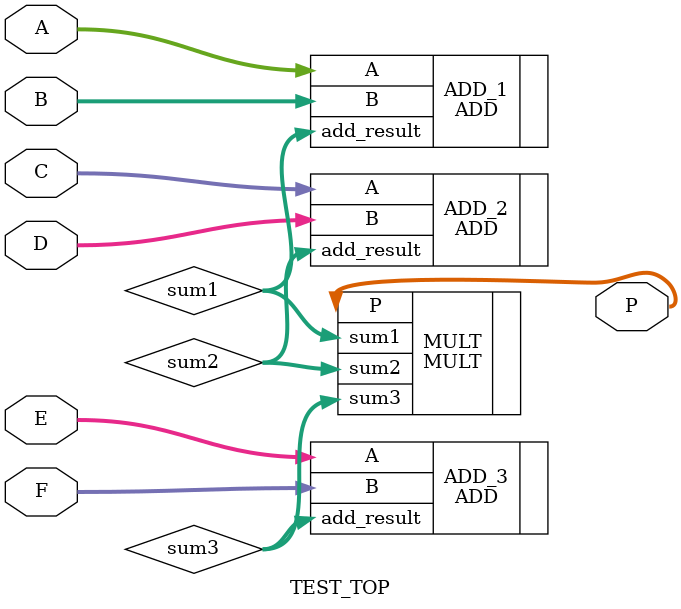
<source format=v>
module TEST_TOP (
	input wire [7:0] A,
	input wire [7:0] B,
	input wire [7:0] C,
	input wire [7:0] D,
	input wire [7:0] E,
	input wire [7:0] F,
	output wire [26:0] P
);

wire [8:0] sum1;
wire [8:0] sum2;
wire [8:0] sum3;

ADD ADD_1(
	.A(A),
	.B(B),
	.add_result(sum1)
);

ADD ADD_2(
	.A(C),
	.B(D),
	.add_result(sum2)
);

ADD ADD_3(
	.A(E),
	.B(F),
	.add_result(sum3)
);

MULT MULT(
	.sum1(sum1),
	.sum2(sum2),
	.sum3(sum3),
	.P(P)
);

endmodule
</source>
